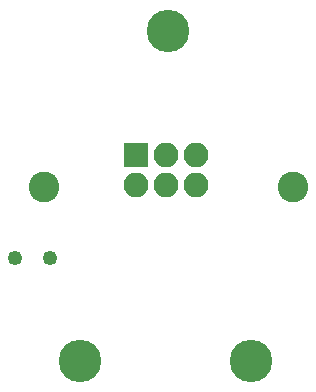
<source format=gbr>
G04 #@! TF.FileFunction,Soldermask,Bot*
%FSLAX46Y46*%
G04 Gerber Fmt 4.6, Leading zero omitted, Abs format (unit mm)*
G04 Created by KiCad (PCBNEW 4.0.6) date 08/10/17 10:11:21*
%MOMM*%
%LPD*%
G01*
G04 APERTURE LIST*
%ADD10C,0.100000*%
%ADD11C,2.599640*%
%ADD12R,2.100000X2.100000*%
%ADD13O,2.100000X2.100000*%
%ADD14C,3.600400*%
%ADD15C,1.250000*%
G04 APERTURE END LIST*
D10*
D11*
X156541000Y-86250000D03*
X135459000Y-86250000D03*
D12*
X143250000Y-83500000D03*
D13*
X143250000Y-86040000D03*
X145790000Y-83500000D03*
X145790000Y-86040000D03*
X148330000Y-83500000D03*
X148330000Y-86040000D03*
D14*
X146000000Y-73000000D03*
X138500000Y-101000000D03*
X153000000Y-101000000D03*
D15*
X133000000Y-92250000D03*
X136000000Y-92250000D03*
M02*

</source>
